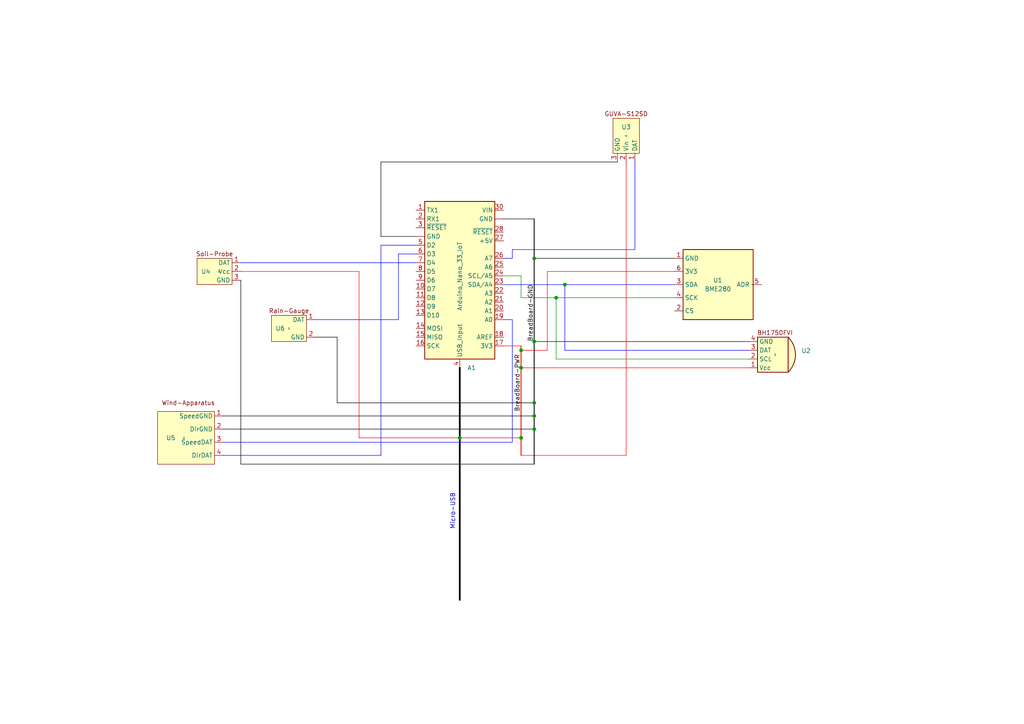
<source format=kicad_sch>
(kicad_sch (version 20230121) (generator eeschema)

  (uuid 52add653-ce45-47a3-b3a5-6d3a894c9cd3)

  (paper "A4")

  (title_block
    (title "Weather Station")
    (company "AJS")
  )

  (lib_symbols
    (symbol "MCU_Module:Arduino_Nano_Every" (in_bom yes) (on_board yes)
      (property "Reference" "A1" (at 2.1941 -25.4 0)
        (effects (font (size 1.27 1.27)) (justify left))
      )
      (property "Value" "Arduino_Nano_33_IoT" (at 0 -8.89 90)
        (effects (font (size 1.27 1.27)) (justify left))
      )
      (property "Footprint" "Module:Arduino_Nano" (at -34.29 -2.54 0)
        (effects (font (size 1.27 1.27) italic) hide)
      )
      (property "Datasheet" "https://content.arduino.cc/assets/NANOEveryV3.0_sch.pdf" (at -44.45 7.62 0)
        (effects (font (size 1.27 1.27)) hide)
      )
      (property "ki_keywords" "Arduino nano microcontroller module USB UPDI AATMega4809 AVR" (at 0 0 0)
        (effects (font (size 1.27 1.27)) hide)
      )
      (property "ki_description" "Arduino Nano Every" (at 0 0 0)
        (effects (font (size 1.27 1.27)) hide)
      )
      (property "ki_fp_filters" "Arduino*Nano*" (at 0 0 0)
        (effects (font (size 1.27 1.27)) hide)
      )
      (symbol "Arduino_Nano_Every_0_1"
        (rectangle (start -10.16 22.86) (end 10.16 -22.86)
          (stroke (width 0.254) (type default))
          (fill (type background))
        )
      )
      (symbol "Arduino_Nano_Every_1_1"
        (pin input line (at -12.7 12.7 0) (length 2.54)
          (name "GND" (effects (font (size 1.27 1.27))))
          (number "" (effects (font (size 1.27 1.27))))
        )
        (pin passive line (at 12.7 17.78 180) (length 2.54)
          (name "GND" (effects (font (size 1.27 1.27))))
          (number "" (effects (font (size 1.27 1.27))))
        )
        (pin bidirectional line (at -12.7 20.32 0) (length 2.54)
          (name "TX1" (effects (font (size 1.27 1.27))))
          (number "1" (effects (font (size 1.27 1.27))))
        )
        (pin bidirectional line (at -12.7 -2.54 0) (length 2.54)
          (name "D7" (effects (font (size 1.27 1.27))))
          (number "10" (effects (font (size 1.27 1.27))))
        )
        (pin bidirectional line (at -12.7 -5.08 0) (length 2.54)
          (name "D8" (effects (font (size 1.27 1.27))))
          (number "11" (effects (font (size 1.27 1.27))))
        )
        (pin bidirectional line (at -12.7 -7.62 0) (length 2.54)
          (name "D9" (effects (font (size 1.27 1.27))))
          (number "12" (effects (font (size 1.27 1.27))))
        )
        (pin bidirectional line (at -12.7 -10.16 0) (length 2.54)
          (name "D10" (effects (font (size 1.27 1.27))))
          (number "13" (effects (font (size 1.27 1.27))))
        )
        (pin bidirectional line (at -12.7 -13.97 0) (length 2.54)
          (name "MOSI" (effects (font (size 1.27 1.27))))
          (number "14" (effects (font (size 1.27 1.27))))
        )
        (pin bidirectional line (at -12.7 -16.51 0) (length 2.54)
          (name "MISO" (effects (font (size 1.27 1.27))))
          (number "15" (effects (font (size 1.27 1.27))))
        )
        (pin bidirectional line (at -12.7 -19.05 0) (length 2.54)
          (name "SCK" (effects (font (size 1.27 1.27))))
          (number "16" (effects (font (size 1.27 1.27))))
        )
        (pin power_out line (at 12.7 -19.05 180) (length 2.54)
          (name "3V3" (effects (font (size 1.27 1.27))))
          (number "17" (effects (font (size 1.27 1.27))))
        )
        (pin input line (at 12.7 -16.51 180) (length 2.54)
          (name "AREF" (effects (font (size 1.27 1.27))))
          (number "18" (effects (font (size 1.27 1.27))))
        )
        (pin bidirectional line (at 12.7 -11.43 180) (length 2.54)
          (name "A0" (effects (font (size 1.27 1.27))))
          (number "19" (effects (font (size 1.27 1.27))))
        )
        (pin bidirectional line (at -12.7 17.78 0) (length 2.54)
          (name "RX1" (effects (font (size 1.27 1.27))))
          (number "2" (effects (font (size 1.27 1.27))))
        )
        (pin bidirectional line (at 12.7 -8.89 180) (length 2.54)
          (name "A1" (effects (font (size 1.27 1.27))))
          (number "20" (effects (font (size 1.27 1.27))))
        )
        (pin bidirectional line (at 12.7 -6.35 180) (length 2.54)
          (name "A2" (effects (font (size 1.27 1.27))))
          (number "21" (effects (font (size 1.27 1.27))))
        )
        (pin bidirectional line (at 12.7 -3.81 180) (length 2.54)
          (name "A3" (effects (font (size 1.27 1.27))))
          (number "22" (effects (font (size 1.27 1.27))))
        )
        (pin bidirectional line (at 12.7 -1.27 180) (length 2.54)
          (name "SDA/A4" (effects (font (size 1.27 1.27))))
          (number "23" (effects (font (size 1.27 1.27))))
        )
        (pin bidirectional line (at 12.7 1.27 180) (length 2.54)
          (name "SCL/A5" (effects (font (size 1.27 1.27))))
          (number "24" (effects (font (size 1.27 1.27))))
        )
        (pin bidirectional line (at 12.7 3.81 180) (length 2.54)
          (name "A6" (effects (font (size 1.27 1.27))))
          (number "25" (effects (font (size 1.27 1.27))))
        )
        (pin bidirectional line (at 12.7 6.35 180) (length 2.54)
          (name "A7" (effects (font (size 1.27 1.27))))
          (number "26" (effects (font (size 1.27 1.27))))
        )
        (pin power_out line (at 12.7 11.43 180) (length 2.54)
          (name "+5V" (effects (font (size 1.27 1.27))))
          (number "27" (effects (font (size 1.27 1.27))))
        )
        (pin input line (at 12.7 13.97 180) (length 2.54)
          (name "~{RESET}" (effects (font (size 1.27 1.27))))
          (number "28" (effects (font (size 1.27 1.27))))
        )
        (pin passive line (at 0 -25.4 90) (length 2.54) hide
          (name "GND" (effects (font (size 1.27 1.27))))
          (number "29" (effects (font (size 1.27 1.27))))
        )
        (pin input line (at -12.7 15.24 0) (length 2.54)
          (name "~{RESET}" (effects (font (size 1.27 1.27))))
          (number "3" (effects (font (size 1.27 1.27))))
        )
        (pin power_in line (at 12.7 20.32 180) (length 2.54)
          (name "VIN" (effects (font (size 1.27 1.27))))
          (number "30" (effects (font (size 1.27 1.27))))
        )
        (pin power_in line (at 0 -25.4 90) (length 2.54)
          (name "USB_Input" (effects (font (size 1.27 1.27))))
          (number "4" (effects (font (size 1.27 1.27))))
        )
        (pin bidirectional line (at -12.7 10.16 0) (length 2.54)
          (name "D2" (effects (font (size 1.27 1.27))))
          (number "5" (effects (font (size 1.27 1.27))))
        )
        (pin bidirectional line (at -12.7 7.62 0) (length 2.54)
          (name "D3" (effects (font (size 1.27 1.27))))
          (number "6" (effects (font (size 1.27 1.27))))
        )
        (pin bidirectional line (at -12.7 5.08 0) (length 2.54)
          (name "D4" (effects (font (size 1.27 1.27))))
          (number "7" (effects (font (size 1.27 1.27))))
        )
        (pin bidirectional line (at -12.7 2.54 0) (length 2.54)
          (name "D5" (effects (font (size 1.27 1.27))))
          (number "8" (effects (font (size 1.27 1.27))))
        )
        (pin bidirectional line (at -12.7 0 0) (length 2.54)
          (name "D6" (effects (font (size 1.27 1.27))))
          (number "9" (effects (font (size 1.27 1.27))))
        )
      )
    )
    (symbol "Sensor:BME280" (in_bom yes) (on_board yes)
      (property "Reference" "U1" (at 1.27 1.27 0)
        (effects (font (size 1.27 1.27)) (justify right))
      )
      (property "Value" "BME280" (at 3.81 -1.27 0)
        (effects (font (size 1.27 1.27)) (justify right))
      )
      (property "Footprint" "Package_LGA:Bosch_LGA-8_2.5x2.5mm_P0.65mm_ClockwisePinNumbering" (at -31.75 24.13 0)
        (effects (font (size 1.27 1.27)) hide)
      )
      (property "Datasheet" "https://www.bosch-sensortec.com/media/boschsensortec/downloads/datasheets/bst-bme280-ds002.pdf" (at -13.97 26.67 0)
        (effects (font (size 1.27 1.27)) hide)
      )
      (property "ki_keywords" "Bosch pressure humidity temperature environment environmental measurement digital" (at 0 0 0)
        (effects (font (size 1.27 1.27)) hide)
      )
      (property "ki_description" "3-in-1 sensor, humidity, pressure, temperature, I2C and SPI interface, 1.71-3.6V, LGA-8" (at 0 0 0)
        (effects (font (size 1.27 1.27)) hide)
      )
      (property "ki_fp_filters" "*LGA*2.5x2.5mm*P0.65mm*Clockwise*" (at 0 0 0)
        (effects (font (size 1.27 1.27)) hide)
      )
      (symbol "BME280_0_1"
        (rectangle (start -10.16 10.16) (end 10.16 -10.16)
          (stroke (width 0.254) (type default))
          (fill (type background))
        )
      )
      (symbol "BME280_1_1"
        (pin power_in line (at -12.7 7.62 0) (length 2.54)
          (name "GND" (effects (font (size 1.27 1.27))))
          (number "1" (effects (font (size 1.27 1.27))))
        )
        (pin input line (at -12.7 -7.62 0) (length 2.54)
          (name "CS" (effects (font (size 1.27 1.27))))
          (number "2" (effects (font (size 1.27 1.27))))
        )
        (pin bidirectional line (at -12.7 0 0) (length 2.54)
          (name "SDA" (effects (font (size 1.27 1.27))))
          (number "3" (effects (font (size 1.27 1.27))))
        )
        (pin input line (at -12.7 -3.81 0) (length 2.54)
          (name "SCK" (effects (font (size 1.27 1.27))))
          (number "4" (effects (font (size 1.27 1.27))))
        )
        (pin bidirectional line (at 12.7 0 180) (length 3)
          (name "ADR" (effects (font (size 1.27 1.27))))
          (number "5" (effects (font (size 1.27 1.27))))
        )
        (pin power_in line (at -12.7 3.81 0) (length 2.54)
          (name "3V3" (effects (font (size 1.27 1.27))))
          (number "6" (effects (font (size 1.27 1.27))))
        )
      )
    )
    (symbol "personalandy:Ground_temp" (in_bom yes) (on_board yes)
      (property "Reference" "U" (at 0 2.54 0)
        (effects (font (size 1.27 1.27)))
      )
      (property "Value" "" (at 0 0 0)
        (effects (font (size 1.27 1.27)))
      )
      (property "Footprint" "" (at 0 0 0)
        (effects (font (size 1.27 1.27)) hide)
      )
      (property "Datasheet" "" (at 0 0 0)
        (effects (font (size 1.27 1.27)) hide)
      )
      (symbol "Ground_temp_1_1"
        (rectangle (start -3.81 6.35) (end 3.81 -3.81)
          (stroke (width 0) (type default))
          (fill (type background))
        )
        (text "Soil-Probe" (at 5.08 1.27 900)
          (effects (font (size 1.27 1.27)))
        )
        (pin input line (at 2.54 -6.35 90) (length 2.54)
          (name "DAT" (effects (font (size 1.27 1.27))))
          (number "1" (effects (font (size 1.27 1.27))))
        )
        (pin input line (at 0 -6.35 90) (length 2.54)
          (name "Vcc" (effects (font (size 1.27 1.27))))
          (number "2" (effects (font (size 1.27 1.27))))
        )
        (pin input line (at -2.54 -6.35 90) (length 2.54)
          (name "GND" (effects (font (size 1.27 1.27))))
          (number "3" (effects (font (size 1.27 1.27))))
        )
      )
    )
    (symbol "personalandy:Light_Sensor" (in_bom yes) (on_board yes)
      (property "Reference" "U2" (at -1.1458 7.62 90)
        (effects (font (size 1.27 1.27)) (justify left))
      )
      (property "Value" "~" (at 0 0 0)
        (effects (font (size 1.27 1.27)))
      )
      (property "Footprint" "" (at 0 0 0)
        (effects (font (size 1.27 1.27)) hide)
      )
      (property "Datasheet" "" (at 0 0 0)
        (effects (font (size 1.27 1.27)) hide)
      )
      (symbol "Light_Sensor_1_1"
        (rectangle (start -5.08 3.81) (end 5.08 -5.08)
          (stroke (width 0.254) (type default))
          (fill (type background))
        )
        (arc (start 5.08 3.81) (mid 0 5.9124) (end -5.08 3.81)
          (stroke (width 0.254) (type default))
          (fill (type background))
        )
        (text "BH1750FVI" (at -6.35 0 900)
          (effects (font (size 1.27 1.27)))
        )
        (pin input line (at 3.81 -7.62 90) (length 2.54)
          (name "Vcc" (effects (font (size 1.27 1.27))))
          (number "1" (effects (font (size 1.27 1.27))))
        )
        (pin input line (at 1.27 -7.62 90) (length 2.54)
          (name "SCL" (effects (font (size 1.27 1.27))))
          (number "2" (effects (font (size 1.27 1.27))))
        )
        (pin input line (at -1.27 -7.62 90) (length 2.54)
          (name "DAT" (effects (font (size 1.27 1.27))))
          (number "3" (effects (font (size 1.27 1.27))))
        )
        (pin passive line (at -3.81 -7.62 90) (length 2.54)
          (name "GND" (effects (font (size 1.27 1.27))))
          (number "4" (effects (font (size 1.27 1.27))))
        )
      )
    )
    (symbol "personalandy:Rain_Guage" (in_bom yes) (on_board yes)
      (property "Reference" "U" (at 0 0 0)
        (effects (font (size 1.27 1.27)))
      )
      (property "Value" "" (at 0 0 0)
        (effects (font (size 1.27 1.27)))
      )
      (property "Footprint" "" (at 0 0 0)
        (effects (font (size 1.27 1.27)) hide)
      )
      (property "Datasheet" "" (at 0 0 0)
        (effects (font (size 1.27 1.27)) hide)
      )
      (symbol "Rain_Guage_1_1"
        (rectangle (start -3.81 5.08) (end 3.81 -5.08)
          (stroke (width 0) (type default))
          (fill (type background))
        )
        (text "Rain-Gauge" (at 5.08 0 900)
          (effects (font (size 1.27 1.27)))
        )
        (pin input line (at 2.54 -7.62 90) (length 2.54)
          (name "DAT" (effects (font (size 1.27 1.27))))
          (number "1" (effects (font (size 1.27 1.27))))
        )
        (pin input line (at -2.54 -7.62 90) (length 2.54)
          (name "GND" (effects (font (size 1.27 1.27))))
          (number "2" (effects (font (size 1.27 1.27))))
        )
      )
    )
    (symbol "personalandy:UV_Sensor" (in_bom yes) (on_board yes)
      (property "Reference" "U3" (at 0 2.54 0)
        (effects (font (size 1.27 1.27)))
      )
      (property "Value" "~" (at 0 0 0)
        (effects (font (size 1.27 1.27)))
      )
      (property "Footprint" "" (at 0 0 0)
        (effects (font (size 1.27 1.27)) hide)
      )
      (property "Datasheet" "" (at 0 0 0)
        (effects (font (size 1.27 1.27)) hide)
      )
      (symbol "UV_Sensor_1_1"
        (rectangle (start -3.81 5.08) (end 3.81 -5.08)
          (stroke (width 0) (type default))
          (fill (type background))
        )
        (text "GUVA-S12SD" (at 0 6.35 0)
          (effects (font (size 1.27 1.27)))
        )
        (pin input line (at 2.54 -7.62 90) (length 2.54)
          (name "DAT" (effects (font (size 1.27 1.27))))
          (number "1" (effects (font (size 1.27 1.27))))
        )
        (pin input line (at 0 -7.62 90) (length 2.54)
          (name "Vin" (effects (font (size 1.27 1.27))))
          (number "2" (effects (font (size 1.27 1.27))))
        )
        (pin input line (at -2.54 -7.62 90) (length 2.54)
          (name "GND" (effects (font (size 1.27 1.27))))
          (number "3" (effects (font (size 1.27 1.27))))
        )
      )
    )
    (symbol "personalandy:WInd_Apparatus" (in_bom yes) (on_board yes)
      (property "Reference" "U" (at 0 2.54 0)
        (effects (font (size 1.27 1.27)))
      )
      (property "Value" "" (at 0 0 0)
        (effects (font (size 1.27 1.27)))
      )
      (property "Footprint" "" (at 0 0 0)
        (effects (font (size 1.27 1.27)) hide)
      )
      (property "Datasheet" "" (at 0 0 0)
        (effects (font (size 1.27 1.27)) hide)
      )
      (symbol "WInd_Apparatus_1_1"
        (rectangle (start -7.62 7.62) (end 7.62 -8.89)
          (stroke (width 0) (type default))
          (fill (type background))
        )
        (text "Wind-Apparatus" (at 10.16 -1.27 900)
          (effects (font (size 1.27 1.27)))
        )
        (pin input line (at 6.35 -11.43 90) (length 2.54)
          (name "SpeedGND" (effects (font (size 1.27 1.27))))
          (number "1" (effects (font (size 1.27 1.27))))
        )
        (pin input line (at 2.54 -11.43 90) (length 2.54)
          (name "DirGND" (effects (font (size 1.27 1.27))))
          (number "2" (effects (font (size 1.27 1.27))))
        )
        (pin input line (at -1.27 -11.43 90) (length 2.54)
          (name "SpeedDAT" (effects (font (size 1.27 1.27))))
          (number "3" (effects (font (size 1.27 1.27))))
        )
        (pin input line (at -5.08 -11.43 90) (length 2.54)
          (name "DirDAT" (effects (font (size 1.27 1.27))))
          (number "4" (effects (font (size 1.27 1.27))))
        )
      )
    )
  )

  (junction (at 154.94 116.84) (diameter 0) (color 0 0 0 0)
    (uuid 38cd4803-05e0-4694-bd0c-d0963d8063c9)
  )
  (junction (at 154.94 120.65) (diameter 0) (color 0 0 0 0)
    (uuid 684baab7-4f3f-4dcd-98c5-53c528be11ed)
  )
  (junction (at 154.94 124.46) (diameter 0) (color 0 0 0 0)
    (uuid 712527e0-f8ad-4eb0-9f7c-46af9ae688f4)
  )
  (junction (at 161.29 86.36) (diameter 0) (color 0 0 0 0)
    (uuid 7e9a0336-28b0-40cd-911f-54c509453902)
  )
  (junction (at 133.35 127) (diameter 0) (color 0 0 0 0)
    (uuid 86f5a6dd-45c0-4e2d-9087-f187aaea033d)
  )
  (junction (at 154.94 99.06) (diameter 0) (color 0 0 0 0)
    (uuid 978e74da-e2e3-4373-bb0d-cb72a81d7551)
  )
  (junction (at 151.13 127) (diameter 0) (color 0 0 0 0)
    (uuid a2b88de5-95c0-4564-84b3-9bbcee5a2f91)
  )
  (junction (at 151.13 106.68) (diameter 0) (color 0 0 0 0)
    (uuid a819e754-1ddc-434a-b711-fa21e724ab93)
  )
  (junction (at 154.94 74.93) (diameter 0) (color 0 0 0 0)
    (uuid bfdfb90f-d485-4571-8767-36ee6bbcc89d)
  )
  (junction (at 151.13 101.6) (diameter 0) (color 0 0 0 0)
    (uuid d2fe0bb6-bdee-4590-8344-efe83997920c)
  )
  (junction (at 163.83 82.55) (diameter 0) (color 0 0 0 0)
    (uuid f1fd42a5-ab9a-4365-a875-387fe51911bf)
  )

  (wire (pts (xy 154.94 124.46) (xy 154.94 134.62))
    (stroke (width 0.256) (type default) (color 0 0 0 1))
    (uuid 02037aff-aeed-4978-827e-2651b8cd33af)
  )
  (wire (pts (xy 148.59 74.93) (xy 146.05 74.93))
    (stroke (width 0) (type default) (color 0 0 255 1))
    (uuid 02c9e9df-ec04-480f-8cc7-ce206a78f249)
  )
  (wire (pts (xy 69.85 81.28) (xy 69.85 134.62))
    (stroke (width 0) (type default) (color 0 0 0 1))
    (uuid 0ec139c5-8a27-454e-99b6-a09debf34e22)
  )
  (wire (pts (xy 146.05 82.55) (xy 163.83 82.55))
    (stroke (width 0) (type default) (color 0 0 255 1))
    (uuid 1d03af24-777f-4448-9356-c2175a2f024a)
  )
  (wire (pts (xy 97.79 116.84) (xy 154.94 116.84))
    (stroke (width 0) (type default) (color 0 0 0 1))
    (uuid 2341afdc-6d32-41c9-89cf-7fb6c58adb9d)
  )
  (wire (pts (xy 64.77 120.65) (xy 154.94 120.65))
    (stroke (width 0) (type default) (color 0 0 0 1))
    (uuid 30b3726f-35fe-4ab2-a953-cae897c86554)
  )
  (wire (pts (xy 154.94 99.06) (xy 154.94 116.84))
    (stroke (width 0.256) (type default) (color 0 0 0 1))
    (uuid 35825223-a3a5-45d7-bd17-d8fca1572d1c)
  )
  (wire (pts (xy 133.35 127) (xy 133.35 106.68))
    (stroke (width 0.5) (type default) (color 0 0 0 1))
    (uuid 376c4b70-0812-4487-8ea9-a80940ba1229)
  )
  (wire (pts (xy 133.35 127) (xy 133.35 173.99))
    (stroke (width 0.5) (type default) (color 0 0 0 1))
    (uuid 4c3685ea-2507-4179-8f65-ddf088285193)
  )
  (wire (pts (xy 163.83 101.6) (xy 163.83 82.55))
    (stroke (width 0) (type default) (color 0 0 255 1))
    (uuid 4e5b7ef1-f7b9-4298-8fe3-653c2e508992)
  )
  (wire (pts (xy 69.85 76.2) (xy 120.65 76.2))
    (stroke (width 0) (type default) (color 0 0 255 1))
    (uuid 4ed5ba2b-01cd-491f-b29d-2871ad8687e0)
  )
  (wire (pts (xy 120.65 71.12) (xy 110.49 71.12))
    (stroke (width 0) (type default) (color 0 0 255 1))
    (uuid 4f849944-eedb-4a1e-bfa0-b61b67a0d134)
  )
  (wire (pts (xy 104.14 78.74) (xy 104.14 127))
    (stroke (width 0) (type default) (color 255 0 0 1))
    (uuid 51d89e6e-6369-4c0b-9176-2838f9b19c86)
  )
  (wire (pts (xy 161.29 86.36) (xy 151.13 86.36))
    (stroke (width 0) (type default))
    (uuid 530416dc-1d90-486c-a6b0-0886f9c49944)
  )
  (wire (pts (xy 115.57 92.71) (xy 115.57 73.66))
    (stroke (width 0) (type default) (color 0 0 255 1))
    (uuid 555f7115-5872-451a-9876-2528a30b77ad)
  )
  (wire (pts (xy 184.15 72.39) (xy 148.59 72.39))
    (stroke (width 0) (type default) (color 0 0 255 1))
    (uuid 59aa048d-85ba-409f-a3b3-95bd702db417)
  )
  (wire (pts (xy 97.79 97.79) (xy 97.79 116.84))
    (stroke (width 0) (type default) (color 0 0 0 1))
    (uuid 5b99c110-8b49-4806-842f-e1e0e079abcf)
  )
  (wire (pts (xy 181.61 46.99) (xy 181.61 132.08))
    (stroke (width 0) (type default) (color 255 0 0 1))
    (uuid 5c5d9f25-9b14-4360-bf4c-90cdd4fa491c)
  )
  (wire (pts (xy 69.85 78.74) (xy 104.14 78.74))
    (stroke (width 0) (type default) (color 255 0 0 1))
    (uuid 6a669ea9-f148-4a04-b2a6-dd94b6d429a6)
  )
  (wire (pts (xy 104.14 127) (xy 133.35 127))
    (stroke (width 0) (type default) (color 255 0 0 1))
    (uuid 6f030872-812f-48ea-a628-33f85302867e)
  )
  (wire (pts (xy 91.44 97.79) (xy 97.79 97.79))
    (stroke (width 0) (type default) (color 0 0 0 1))
    (uuid 72064123-d994-4c22-a365-6596cbb92a59)
  )
  (wire (pts (xy 110.49 71.12) (xy 110.49 132.08))
    (stroke (width 0) (type default) (color 0 0 255 1))
    (uuid 739298e1-7714-40b3-8f94-93b35e700282)
  )
  (wire (pts (xy 184.15 46.99) (xy 184.15 72.39))
    (stroke (width 0) (type default) (color 0 0 255 1))
    (uuid 75ffdf66-7952-4ef8-bd9e-a5bb6e51870a)
  )
  (wire (pts (xy 91.44 92.71) (xy 115.57 92.71))
    (stroke (width 0) (type default) (color 0 0 255 1))
    (uuid 79ffffe1-70cf-46a0-ba1c-95a9bfc344cb)
  )
  (wire (pts (xy 110.49 132.08) (xy 64.77 132.08))
    (stroke (width 0) (type default) (color 0 0 255 1))
    (uuid 7f37c7c3-527f-4f8e-9aa9-8b435bda5dee)
  )
  (wire (pts (xy 163.83 82.55) (xy 195.58 82.55))
    (stroke (width 0) (type default) (color 0 0 255 1))
    (uuid 809c38a9-6d0a-446c-b066-372b1c92a309)
  )
  (wire (pts (xy 154.94 120.65) (xy 154.94 124.46))
    (stroke (width 0.256) (type default) (color 0 0 0 1))
    (uuid 819dbd1a-da30-4878-846a-408ef142b644)
  )
  (wire (pts (xy 64.77 124.46) (xy 154.94 124.46))
    (stroke (width 0) (type default) (color 0 0 0 1))
    (uuid 823c834b-e2db-4f42-b0b8-cacf91d00b99)
  )
  (wire (pts (xy 217.17 101.6) (xy 163.83 101.6))
    (stroke (width 0) (type default) (color 0 0 255 1))
    (uuid 8301f6e8-16fe-405f-a479-0d68bc51bbe1)
  )
  (wire (pts (xy 154.94 63.5) (xy 154.94 74.93))
    (stroke (width 0.256) (type default) (color 0 0 0 1))
    (uuid 836a295f-87ac-4e6d-8eb6-8584a15c5ce1)
  )
  (wire (pts (xy 146.05 63.5) (xy 154.94 63.5))
    (stroke (width 0) (type default) (color 0 0 0 1))
    (uuid 844ba95c-0dbf-488e-a5a2-17e1c224843c)
  )
  (wire (pts (xy 148.59 128.27) (xy 148.59 92.71))
    (stroke (width 0) (type default) (color 0 0 255 1))
    (uuid 8b465fca-8788-48cc-9d14-af2eccd03525)
  )
  (wire (pts (xy 69.85 134.62) (xy 154.94 134.62))
    (stroke (width 0) (type default) (color 0 0 0 1))
    (uuid 8cbe9621-44c7-4056-9506-1216e110c97a)
  )
  (wire (pts (xy 151.13 80.01) (xy 146.05 80.01))
    (stroke (width 0) (type default))
    (uuid 8f7a719b-4084-4487-bcc8-e5bc58bdb16b)
  )
  (wire (pts (xy 195.58 86.36) (xy 161.29 86.36))
    (stroke (width 0) (type default))
    (uuid 953016c0-7465-46a9-9d51-52f0f170a54c)
  )
  (wire (pts (xy 110.49 46.99) (xy 110.49 68.58))
    (stroke (width 0) (type default) (color 0 0 0 1))
    (uuid 9876128e-4311-459f-9089-f4ea1d69696d)
  )
  (wire (pts (xy 161.29 104.14) (xy 161.29 86.36))
    (stroke (width 0) (type default))
    (uuid 9e7e31ed-47b2-4860-8657-9074aed6bc60)
  )
  (wire (pts (xy 158.75 78.74) (xy 195.58 78.74))
    (stroke (width 0) (type default) (color 255 0 0 1))
    (uuid a3430b07-401c-4bec-9fb0-99b9939c2aaa)
  )
  (wire (pts (xy 146.05 100.33) (xy 151.13 100.33))
    (stroke (width 0) (type default) (color 255 0 0 1))
    (uuid a35b33e2-eb59-49a4-8ed3-ed07239ec31b)
  )
  (wire (pts (xy 110.49 68.58) (xy 120.65 68.58))
    (stroke (width 0) (type default) (color 0 0 0 1))
    (uuid a896e9ea-1fd6-4511-ac80-4a432341ffb9)
  )
  (wire (pts (xy 158.75 101.6) (xy 158.75 78.74))
    (stroke (width 0) (type default) (color 255 0 0 1))
    (uuid ab1e3065-0c2a-41fe-b265-7b5aa70b66ed)
  )
  (wire (pts (xy 217.17 104.14) (xy 161.29 104.14))
    (stroke (width 0) (type default))
    (uuid b05594a6-b608-4865-aab2-2dc224b5c8a7)
  )
  (wire (pts (xy 151.13 106.68) (xy 151.13 127))
    (stroke (width 0.256) (type default) (color 255 0 0 1))
    (uuid b79dc4c6-9985-46ae-be8c-a9a957dd0bf8)
  )
  (wire (pts (xy 151.13 132.08) (xy 181.61 132.08))
    (stroke (width 0) (type default) (color 255 0 0 1))
    (uuid b8bfcb2b-32f5-4101-8ed9-d517c3322042)
  )
  (wire (pts (xy 179.07 46.99) (xy 110.49 46.99))
    (stroke (width 0) (type default) (color 0 0 0 1))
    (uuid b980ac0d-b5a8-4908-a914-265b99924745)
  )
  (wire (pts (xy 151.13 101.6) (xy 151.13 106.68))
    (stroke (width 0.256) (type default) (color 255 0 0 1))
    (uuid c385d7f6-2495-4c73-92a5-ead37bd1e727)
  )
  (wire (pts (xy 64.77 128.27) (xy 148.59 128.27))
    (stroke (width 0) (type default) (color 0 0 255 1))
    (uuid c5fbd244-a0cf-4b81-81ce-d46fb5528fcb)
  )
  (wire (pts (xy 151.13 132.08) (xy 151.13 127))
    (stroke (width 0.256) (type default) (color 255 0 0 1))
    (uuid c76fff27-2636-4c3e-b294-a5613d3db9bb)
  )
  (wire (pts (xy 154.94 74.93) (xy 154.94 99.06))
    (stroke (width 0.256) (type default) (color 0 0 0 1))
    (uuid cadf7fb8-4595-431c-be44-6147b1888fef)
  )
  (wire (pts (xy 133.35 127) (xy 151.13 127))
    (stroke (width 0) (type default) (color 255 0 0 1))
    (uuid cbbe55c4-fdaa-4504-9eb3-3cb80a1a7e53)
  )
  (wire (pts (xy 154.94 74.93) (xy 195.58 74.93))
    (stroke (width 0) (type default) (color 0 0 0 1))
    (uuid cc05a04c-191c-49e8-8f8d-9b96080ab001)
  )
  (wire (pts (xy 151.13 106.68) (xy 217.17 106.68))
    (stroke (width 0) (type default) (color 255 0 0 1))
    (uuid d34ae495-6a62-4f4a-ad15-e1e99a38efac)
  )
  (wire (pts (xy 151.13 100.33) (xy 151.13 101.6))
    (stroke (width 0.256) (type default) (color 255 0 0 1))
    (uuid d9f57de9-7913-45fc-8113-be950789593b)
  )
  (wire (pts (xy 151.13 101.6) (xy 158.75 101.6))
    (stroke (width 0) (type default) (color 255 0 0 1))
    (uuid dcb0d4ca-c2fd-4822-ba09-985d3b373242)
  )
  (wire (pts (xy 154.94 116.84) (xy 154.94 120.65))
    (stroke (width 0.256) (type default) (color 0 0 0 1))
    (uuid e2718dd5-1002-474d-893f-7dfbb669ef40)
  )
  (wire (pts (xy 115.57 73.66) (xy 120.65 73.66))
    (stroke (width 0) (type default) (color 0 0 255 1))
    (uuid e4d6f1cf-4ba2-42c1-9545-3ccfc0eb18dc)
  )
  (wire (pts (xy 154.94 99.06) (xy 217.17 99.06))
    (stroke (width 0) (type default) (color 0 0 0 1))
    (uuid e6280a94-e8f0-40ed-a1a2-c8b2e530c213)
  )
  (wire (pts (xy 148.59 92.71) (xy 146.05 92.71))
    (stroke (width 0) (type default) (color 0 0 255 1))
    (uuid e65e6085-94eb-4981-81e7-1096b8a3ff39)
  )
  (wire (pts (xy 148.59 72.39) (xy 148.59 74.93))
    (stroke (width 0) (type default) (color 0 0 255 1))
    (uuid f5df46ec-3328-449d-bd70-bc1444e4cd8b)
  )
  (wire (pts (xy 151.13 86.36) (xy 151.13 80.01))
    (stroke (width 0) (type default))
    (uuid fa186c95-b683-4d90-bbff-a85f9e43ea86)
  )
  (wire (pts (xy 154.94 124.46) (xy 154.94 123.19))
    (stroke (width 0) (type default))
    (uuid fb69b8d6-d1de-4014-99c4-bc28bf040190)
  )

  (text "Micro-USB" (at 132.08 153.67 90)
    (effects (font (size 1.27 1.27)) (justify left bottom))
    (uuid e21aeb29-2f2d-411f-b9d9-37479b0126e2)
  )

  (label "BreadBoard-PWR" (at 151.13 119.38 90) (fields_autoplaced)
    (effects (font (size 1.27 1.27)) (justify left bottom))
    (uuid 7c20df65-08ab-494a-a869-eb90d53a7b3f)
  )
  (label "BreadBoard-GND" (at 154.94 99.06 90) (fields_autoplaced)
    (effects (font (size 1.27 1.27)) (justify left bottom))
    (uuid d0117f1c-71e6-4473-abe0-1bc1ff913f1e)
  )

  (symbol (lib_id "personalandy:WInd_Apparatus") (at 53.34 127 90) (unit 1)
    (in_bom yes) (on_board yes) (dnp no)
    (uuid 0e37aa79-c4c3-43ea-965e-1dd201ce9650)
    (property "Reference" "U5" (at 49.53 127 90)
      (effects (font (size 1.27 1.27)))
    )
    (property "Value" "~" (at 53.34 127 0)
      (effects (font (size 1.27 1.27)))
    )
    (property "Footprint" "" (at 53.34 127 0)
      (effects (font (size 1.27 1.27)) hide)
    )
    (property "Datasheet" "" (at 53.34 127 0)
      (effects (font (size 1.27 1.27)) hide)
    )
    (pin "3" (uuid 2ee85092-a5bf-435b-b432-76f82e0bb2e6))
    (pin "2" (uuid 44de9d8f-abf2-481b-8b0a-3b8676706f11))
    (pin "1" (uuid 4fc8cf59-0ba7-4479-8174-dab839e4c740))
    (pin "4" (uuid a4d17421-bd28-472a-93a6-b840810d95b4))
    (instances
      (project "Weather Station Wiring Diagram"
        (path "/52add653-ce45-47a3-b3a5-6d3a894c9cd3"
          (reference "U5") (unit 1)
        )
      )
    )
  )

  (symbol (lib_id "Sensor:BME280") (at 208.28 82.55 0) (unit 1)
    (in_bom yes) (on_board yes) (dnp no) (fields_autoplaced)
    (uuid 1c15d442-bf72-42df-85ff-010a5bf87cc3)
    (property "Reference" "U1" (at 209.55 81.28 0)
      (effects (font (size 1.27 1.27)) (justify right))
    )
    (property "Value" "BME280" (at 212.09 83.82 0)
      (effects (font (size 1.27 1.27)) (justify right))
    )
    (property "Footprint" "Package_LGA:Bosch_LGA-8_2.5x2.5mm_P0.65mm_ClockwisePinNumbering" (at 176.53 58.42 0)
      (effects (font (size 1.27 1.27)) hide)
    )
    (property "Datasheet" "https://www.bosch-sensortec.com/media/boschsensortec/downloads/datasheets/bst-bme280-ds002.pdf" (at 194.31 55.88 0)
      (effects (font (size 1.27 1.27)) hide)
    )
    (pin "4" (uuid 8ede46ec-1812-4ec5-b35b-a535b0da96ad))
    (pin "3" (uuid a977acd1-fb9e-41bc-b20e-50b857bbd45b))
    (pin "5" (uuid 1bcb8368-6251-4b90-8623-297b3a7a5f8a))
    (pin "6" (uuid 5e6c91d7-bb19-43e9-acd7-cbfe5a6e65a3))
    (pin "1" (uuid dfc33afe-1e8a-4a93-bfb3-0c69140fda17))
    (pin "2" (uuid 8953acb6-cc27-4843-98ce-afff5f87aeba))
    (instances
      (project "Weather Station Wiring Diagram"
        (path "/52add653-ce45-47a3-b3a5-6d3a894c9cd3"
          (reference "U1") (unit 1)
        )
      )
    )
  )

  (symbol (lib_id "MCU_Module:Arduino_Nano_Every") (at 133.35 81.28 0) (unit 1)
    (in_bom yes) (on_board yes) (dnp no)
    (uuid 4b2bcbf5-b453-48a5-aedf-a3454b280786)
    (property "Reference" "A1" (at 135.5441 106.68 0)
      (effects (font (size 1.27 1.27)) (justify left))
    )
    (property "Value" "Arduino_Nano_33_IoT" (at 133.35 90.17 90)
      (effects (font (size 1.27 1.27)) (justify left))
    )
    (property "Footprint" "Module:Arduino_Nano" (at 99.06 83.82 0)
      (effects (font (size 1.27 1.27) italic) hide)
    )
    (property "Datasheet" "https://content.arduino.cc/assets/NANOEveryV3.0_sch.pdf" (at 88.9 73.66 0)
      (effects (font (size 1.27 1.27)) hide)
    )
    (pin "13" (uuid f5def08b-502a-4de8-a522-b55ef10d6020))
    (pin "21" (uuid a97ec877-2215-445b-9f97-3835b004c5d7))
    (pin "22" (uuid 7efc0a7a-c891-4ac6-ac41-5e6719943f13))
    (pin "26" (uuid ba036dce-6d72-4620-a997-e0ae8c2e9374))
    (pin "16" (uuid 7de22b42-ec4f-46ef-8af0-9fc942cce809))
    (pin "10" (uuid 8943706a-ab27-4c56-8f2f-314f04b665fa))
    (pin "19" (uuid ab5fd650-7b85-430d-a05a-b3fb004dd319))
    (pin "5" (uuid 5dfdb1af-fc1b-4f7e-8b75-b6e11a8d51d5))
    (pin "3" (uuid e303f64b-7e49-44a4-8f84-9e7daef0c621))
    (pin "4" (uuid 2c55e7c9-22ad-4b79-b774-01affe410863))
    (pin "7" (uuid a7d29da0-95a8-4e1f-957d-5eb25779d684))
    (pin "1" (uuid 0ff98e64-2117-48cb-a8ab-7fec5d5e3c98))
    (pin "8" (uuid 7d7a5988-a90e-4374-8ca5-78a906e133fa))
    (pin "18" (uuid 45ac8061-6af1-46b3-8d20-ea4e2beca09e))
    (pin "15" (uuid 7fe95508-13af-4b96-bd33-fcff8b974045))
    (pin "23" (uuid 8bc0c723-96f9-47f2-bf1f-eb48f5d09be5))
    (pin "2" (uuid 60b2c64e-0689-42e0-902f-c97c4e3de2f3))
    (pin "9" (uuid a97b41fb-76f5-4ed6-a483-c4e28b6eff6f))
    (pin "12" (uuid 1e3a2334-5a0f-45fe-a9e3-9923e444dac3))
    (pin "14" (uuid 6a9e6c20-87a6-4c66-84eb-8e668567e84f))
    (pin "6" (uuid 682847ac-56b7-4750-b1dd-e079e272fb05))
    (pin "17" (uuid ddf565b5-4576-42d4-9133-27cf1a4f13c0))
    (pin "24" (uuid a465913b-fc5d-4dbe-a31f-f587a1b18dd0))
    (pin "30" (uuid 3dde198b-a068-4ada-bdac-bc8dcaebd6ca))
    (pin "20" (uuid 1ad31889-bc79-47c8-b371-b81124ed4990))
    (pin "11" (uuid 7f6da3cf-7f1d-4ad9-ab04-b1f5defb2fed))
    (pin "25" (uuid 245ee9ea-e986-4959-9ee1-e81e5019ff35))
    (pin "29" (uuid b91750a6-2f4e-4208-b589-a061b649be9e))
    (pin "28" (uuid 35247c36-8cd9-4c20-8b8a-5e1b46cd3dcc))
    (pin "27" (uuid 64c3a855-cc39-4ce5-8ffa-665d3c3d80e3))
    (pin "" (uuid 7ca32198-e9e0-4eae-9329-78773fc0e558))
    (pin "" (uuid 2efd382d-295e-4696-858f-2c0725ae0c13))
    (instances
      (project "Weather Station Wiring Diagram"
        (path "/52add653-ce45-47a3-b3a5-6d3a894c9cd3"
          (reference "A1") (unit 1)
        )
      )
    )
  )

  (symbol (lib_id "personalandy:Rain_Guage") (at 83.82 95.25 90) (unit 1)
    (in_bom yes) (on_board yes) (dnp no)
    (uuid 69effa7c-43fd-4f67-877f-8f5ec2c7a126)
    (property "Reference" "U6" (at 81.28 95.25 90)
      (effects (font (size 1.27 1.27)))
    )
    (property "Value" "~" (at 83.82 95.25 0)
      (effects (font (size 1.27 1.27)))
    )
    (property "Footprint" "" (at 83.82 95.25 0)
      (effects (font (size 1.27 1.27)) hide)
    )
    (property "Datasheet" "" (at 83.82 95.25 0)
      (effects (font (size 1.27 1.27)) hide)
    )
    (pin "1" (uuid 011802f2-be05-4aa8-9a40-09155ca26209))
    (pin "2" (uuid 8afc2033-c6fc-4567-95a4-2cdf892e6908))
    (instances
      (project "Weather Station Wiring Diagram"
        (path "/52add653-ce45-47a3-b3a5-6d3a894c9cd3"
          (reference "U6") (unit 1)
        )
      )
    )
  )

  (symbol (lib_id "personalandy:UV_Sensor") (at 181.61 39.37 0) (unit 1)
    (in_bom yes) (on_board yes) (dnp no)
    (uuid 9d0dcb04-cac9-40af-9146-cba23ce5d21e)
    (property "Reference" "U3" (at 181.61 36.83 0)
      (effects (font (size 1.27 1.27)))
    )
    (property "Value" "~" (at 181.61 39.37 0)
      (effects (font (size 1.27 1.27)))
    )
    (property "Footprint" "" (at 181.61 39.37 0)
      (effects (font (size 1.27 1.27)) hide)
    )
    (property "Datasheet" "" (at 181.61 39.37 0)
      (effects (font (size 1.27 1.27)) hide)
    )
    (pin "3" (uuid 3f7717db-76fb-4527-9be6-b1c4ebd76c7b))
    (pin "2" (uuid 654dcbe9-52a0-4cf9-9a7e-e6c2ec3b10e8))
    (pin "1" (uuid bd1e6622-ebcf-4064-ae57-9813301d8966))
    (instances
      (project "Weather Station Wiring Diagram"
        (path "/52add653-ce45-47a3-b3a5-6d3a894c9cd3"
          (reference "U3") (unit 1)
        )
      )
    )
  )

  (symbol (lib_id "personalandy:Ground_temp") (at 63.5 78.74 90) (unit 1)
    (in_bom yes) (on_board yes) (dnp no)
    (uuid a29a87dc-2da4-4d4a-ba54-5270d96746df)
    (property "Reference" "U4" (at 59.69 78.74 90)
      (effects (font (size 1.27 1.27)))
    )
    (property "Value" "~" (at 63.5 78.74 0)
      (effects (font (size 1.27 1.27)))
    )
    (property "Footprint" "" (at 63.5 78.74 0)
      (effects (font (size 1.27 1.27)) hide)
    )
    (property "Datasheet" "" (at 63.5 78.74 0)
      (effects (font (size 1.27 1.27)) hide)
    )
    (pin "1" (uuid 53a001c6-bcf6-4ae1-885b-513695fabff8))
    (pin "2" (uuid 9f2471cd-f603-483b-a236-5d698ad206f9))
    (pin "3" (uuid 9724a016-cb51-41de-b410-d80d5e32406f))
    (instances
      (project "Weather Station Wiring Diagram"
        (path "/52add653-ce45-47a3-b3a5-6d3a894c9cd3"
          (reference "U4") (unit 1)
        )
      )
    )
  )

  (symbol (lib_id "personalandy:Light_Sensor") (at 224.79 102.87 270) (unit 1)
    (in_bom yes) (on_board yes) (dnp no) (fields_autoplaced)
    (uuid e9380624-d585-4fe5-bd79-64918fb1c670)
    (property "Reference" "U2" (at 232.41 101.7242 90)
      (effects (font (size 1.27 1.27)) (justify left))
    )
    (property "Value" "~" (at 224.79 102.87 0)
      (effects (font (size 1.27 1.27)))
    )
    (property "Footprint" "" (at 224.79 102.87 0)
      (effects (font (size 1.27 1.27)) hide)
    )
    (property "Datasheet" "" (at 224.79 102.87 0)
      (effects (font (size 1.27 1.27)) hide)
    )
    (pin "1" (uuid c82b4a6e-322c-436d-99b7-5558625698c3))
    (pin "2" (uuid 5696e641-ae4b-48ab-8988-eecb4d5fe57c))
    (pin "4" (uuid 71598649-ca26-4cd4-8d19-7d6aa7da07c4))
    (pin "3" (uuid 6475924f-9be0-4195-aaab-c081901978a2))
    (instances
      (project "Weather Station Wiring Diagram"
        (path "/52add653-ce45-47a3-b3a5-6d3a894c9cd3"
          (reference "U2") (unit 1)
        )
      )
    )
  )

  (sheet_instances
    (path "/" (page "1"))
  )
)

</source>
